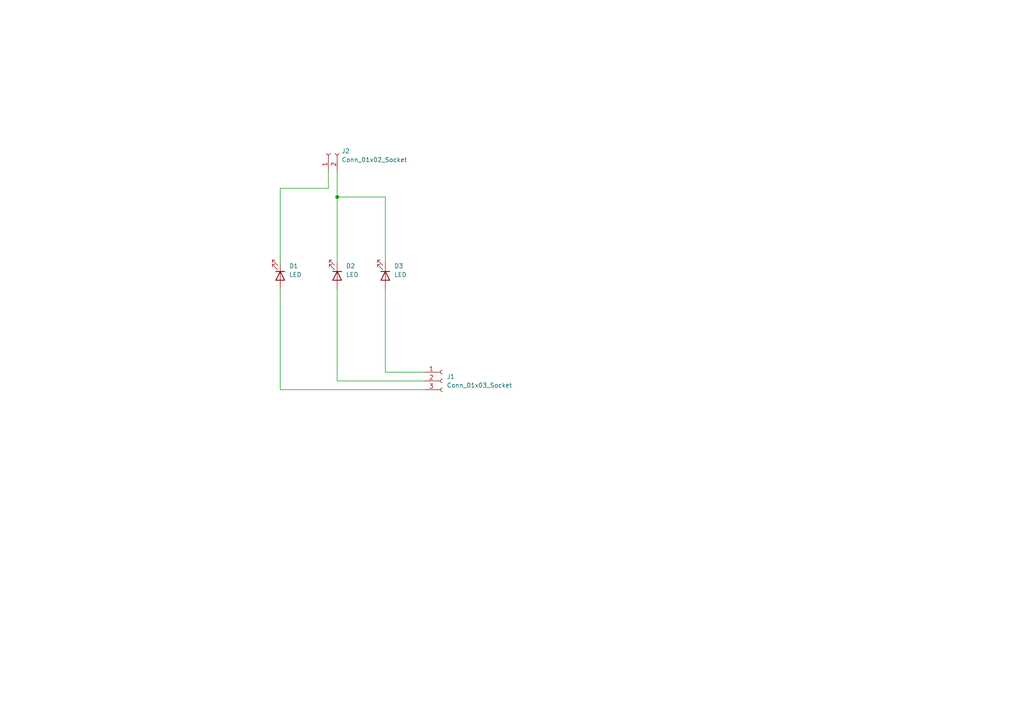
<source format=kicad_sch>
(kicad_sch
	(version 20231120)
	(generator "eeschema")
	(generator_version "8.0")
	(uuid "ee36f2e6-e889-4f04-af54-1d4d3ae210ab")
	(paper "A4")
	(lib_symbols
		(symbol "Connector:Conn_01x02_Socket"
			(pin_names
				(offset 1.016) hide)
			(exclude_from_sim no)
			(in_bom yes)
			(on_board yes)
			(property "Reference" "J"
				(at 0 2.54 0)
				(effects
					(font
						(size 1.27 1.27)
					)
				)
			)
			(property "Value" "Conn_01x02_Socket"
				(at 0 -5.08 0)
				(effects
					(font
						(size 1.27 1.27)
					)
				)
			)
			(property "Footprint" ""
				(at 0 0 0)
				(effects
					(font
						(size 1.27 1.27)
					)
					(hide yes)
				)
			)
			(property "Datasheet" "~"
				(at 0 0 0)
				(effects
					(font
						(size 1.27 1.27)
					)
					(hide yes)
				)
			)
			(property "Description" "Generic connector, single row, 01x02, script generated"
				(at 0 0 0)
				(effects
					(font
						(size 1.27 1.27)
					)
					(hide yes)
				)
			)
			(property "ki_locked" ""
				(at 0 0 0)
				(effects
					(font
						(size 1.27 1.27)
					)
				)
			)
			(property "ki_keywords" "connector"
				(at 0 0 0)
				(effects
					(font
						(size 1.27 1.27)
					)
					(hide yes)
				)
			)
			(property "ki_fp_filters" "Connector*:*_1x??_*"
				(at 0 0 0)
				(effects
					(font
						(size 1.27 1.27)
					)
					(hide yes)
				)
			)
			(symbol "Conn_01x02_Socket_1_1"
				(arc
					(start 0 -2.032)
					(mid -0.5058 -2.54)
					(end 0 -3.048)
					(stroke
						(width 0.1524)
						(type default)
					)
					(fill
						(type none)
					)
				)
				(polyline
					(pts
						(xy -1.27 -2.54) (xy -0.508 -2.54)
					)
					(stroke
						(width 0.1524)
						(type default)
					)
					(fill
						(type none)
					)
				)
				(polyline
					(pts
						(xy -1.27 0) (xy -0.508 0)
					)
					(stroke
						(width 0.1524)
						(type default)
					)
					(fill
						(type none)
					)
				)
				(arc
					(start 0 0.508)
					(mid -0.5058 0)
					(end 0 -0.508)
					(stroke
						(width 0.1524)
						(type default)
					)
					(fill
						(type none)
					)
				)
				(pin passive line
					(at -5.08 0 0)
					(length 3.81)
					(name "Pin_1"
						(effects
							(font
								(size 1.27 1.27)
							)
						)
					)
					(number "1"
						(effects
							(font
								(size 1.27 1.27)
							)
						)
					)
				)
				(pin passive line
					(at -5.08 -2.54 0)
					(length 3.81)
					(name "Pin_2"
						(effects
							(font
								(size 1.27 1.27)
							)
						)
					)
					(number "2"
						(effects
							(font
								(size 1.27 1.27)
							)
						)
					)
				)
			)
		)
		(symbol "Connector:Conn_01x03_Socket"
			(pin_names
				(offset 1.016) hide)
			(exclude_from_sim no)
			(in_bom yes)
			(on_board yes)
			(property "Reference" "J"
				(at 0 5.08 0)
				(effects
					(font
						(size 1.27 1.27)
					)
				)
			)
			(property "Value" "Conn_01x03_Socket"
				(at 0 -5.08 0)
				(effects
					(font
						(size 1.27 1.27)
					)
				)
			)
			(property "Footprint" ""
				(at 0 0 0)
				(effects
					(font
						(size 1.27 1.27)
					)
					(hide yes)
				)
			)
			(property "Datasheet" "~"
				(at 0 0 0)
				(effects
					(font
						(size 1.27 1.27)
					)
					(hide yes)
				)
			)
			(property "Description" "Generic connector, single row, 01x03, script generated"
				(at 0 0 0)
				(effects
					(font
						(size 1.27 1.27)
					)
					(hide yes)
				)
			)
			(property "ki_locked" ""
				(at 0 0 0)
				(effects
					(font
						(size 1.27 1.27)
					)
				)
			)
			(property "ki_keywords" "connector"
				(at 0 0 0)
				(effects
					(font
						(size 1.27 1.27)
					)
					(hide yes)
				)
			)
			(property "ki_fp_filters" "Connector*:*_1x??_*"
				(at 0 0 0)
				(effects
					(font
						(size 1.27 1.27)
					)
					(hide yes)
				)
			)
			(symbol "Conn_01x03_Socket_1_1"
				(arc
					(start 0 -2.032)
					(mid -0.5058 -2.54)
					(end 0 -3.048)
					(stroke
						(width 0.1524)
						(type default)
					)
					(fill
						(type none)
					)
				)
				(polyline
					(pts
						(xy -1.27 -2.54) (xy -0.508 -2.54)
					)
					(stroke
						(width 0.1524)
						(type default)
					)
					(fill
						(type none)
					)
				)
				(polyline
					(pts
						(xy -1.27 0) (xy -0.508 0)
					)
					(stroke
						(width 0.1524)
						(type default)
					)
					(fill
						(type none)
					)
				)
				(polyline
					(pts
						(xy -1.27 2.54) (xy -0.508 2.54)
					)
					(stroke
						(width 0.1524)
						(type default)
					)
					(fill
						(type none)
					)
				)
				(arc
					(start 0 0.508)
					(mid -0.5058 0)
					(end 0 -0.508)
					(stroke
						(width 0.1524)
						(type default)
					)
					(fill
						(type none)
					)
				)
				(arc
					(start 0 3.048)
					(mid -0.5058 2.54)
					(end 0 2.032)
					(stroke
						(width 0.1524)
						(type default)
					)
					(fill
						(type none)
					)
				)
				(pin passive line
					(at -5.08 2.54 0)
					(length 3.81)
					(name "Pin_1"
						(effects
							(font
								(size 1.27 1.27)
							)
						)
					)
					(number "1"
						(effects
							(font
								(size 1.27 1.27)
							)
						)
					)
				)
				(pin passive line
					(at -5.08 0 0)
					(length 3.81)
					(name "Pin_2"
						(effects
							(font
								(size 1.27 1.27)
							)
						)
					)
					(number "2"
						(effects
							(font
								(size 1.27 1.27)
							)
						)
					)
				)
				(pin passive line
					(at -5.08 -2.54 0)
					(length 3.81)
					(name "Pin_3"
						(effects
							(font
								(size 1.27 1.27)
							)
						)
					)
					(number "3"
						(effects
							(font
								(size 1.27 1.27)
							)
						)
					)
				)
			)
		)
		(symbol "Device:LED"
			(pin_numbers hide)
			(pin_names
				(offset 1.016) hide)
			(exclude_from_sim no)
			(in_bom yes)
			(on_board yes)
			(property "Reference" "D"
				(at 0 2.54 0)
				(effects
					(font
						(size 1.27 1.27)
					)
				)
			)
			(property "Value" "LED"
				(at 0 -2.54 0)
				(effects
					(font
						(size 1.27 1.27)
					)
				)
			)
			(property "Footprint" ""
				(at 0 0 0)
				(effects
					(font
						(size 1.27 1.27)
					)
					(hide yes)
				)
			)
			(property "Datasheet" "~"
				(at 0 0 0)
				(effects
					(font
						(size 1.27 1.27)
					)
					(hide yes)
				)
			)
			(property "Description" "Light emitting diode"
				(at 0 0 0)
				(effects
					(font
						(size 1.27 1.27)
					)
					(hide yes)
				)
			)
			(property "ki_keywords" "LED diode"
				(at 0 0 0)
				(effects
					(font
						(size 1.27 1.27)
					)
					(hide yes)
				)
			)
			(property "ki_fp_filters" "LED* LED_SMD:* LED_THT:*"
				(at 0 0 0)
				(effects
					(font
						(size 1.27 1.27)
					)
					(hide yes)
				)
			)
			(symbol "LED_0_1"
				(polyline
					(pts
						(xy -1.27 -1.27) (xy -1.27 1.27)
					)
					(stroke
						(width 0.254)
						(type default)
					)
					(fill
						(type none)
					)
				)
				(polyline
					(pts
						(xy -1.27 0) (xy 1.27 0)
					)
					(stroke
						(width 0)
						(type default)
					)
					(fill
						(type none)
					)
				)
				(polyline
					(pts
						(xy 1.27 -1.27) (xy 1.27 1.27) (xy -1.27 0) (xy 1.27 -1.27)
					)
					(stroke
						(width 0.254)
						(type default)
					)
					(fill
						(type none)
					)
				)
				(polyline
					(pts
						(xy -3.048 -0.762) (xy -4.572 -2.286) (xy -3.81 -2.286) (xy -4.572 -2.286) (xy -4.572 -1.524)
					)
					(stroke
						(width 0)
						(type default)
					)
					(fill
						(type none)
					)
				)
				(polyline
					(pts
						(xy -1.778 -0.762) (xy -3.302 -2.286) (xy -2.54 -2.286) (xy -3.302 -2.286) (xy -3.302 -1.524)
					)
					(stroke
						(width 0)
						(type default)
					)
					(fill
						(type none)
					)
				)
			)
			(symbol "LED_1_1"
				(pin passive line
					(at -3.81 0 0)
					(length 2.54)
					(name "K"
						(effects
							(font
								(size 1.27 1.27)
							)
						)
					)
					(number "1"
						(effects
							(font
								(size 1.27 1.27)
							)
						)
					)
				)
				(pin passive line
					(at 3.81 0 180)
					(length 2.54)
					(name "A"
						(effects
							(font
								(size 1.27 1.27)
							)
						)
					)
					(number "2"
						(effects
							(font
								(size 1.27 1.27)
							)
						)
					)
				)
			)
		)
	)
	(junction
		(at 97.79 57.15)
		(diameter 0)
		(color 0 0 0 0)
		(uuid "d8d4b3d0-14f9-4ed9-99d2-b2870f226e87")
	)
	(wire
		(pts
			(xy 81.28 54.61) (xy 81.28 76.2)
		)
		(stroke
			(width 0)
			(type default)
		)
		(uuid "08eda952-5c50-4f1e-9c29-ebe0a4872680")
	)
	(wire
		(pts
			(xy 81.28 54.61) (xy 95.25 54.61)
		)
		(stroke
			(width 0)
			(type default)
		)
		(uuid "26a36211-3b40-4138-9142-097e933d6b7c")
	)
	(wire
		(pts
			(xy 111.76 107.95) (xy 123.19 107.95)
		)
		(stroke
			(width 0)
			(type default)
		)
		(uuid "2a3c2533-e3ec-4994-8c52-3bf72edb1090")
	)
	(wire
		(pts
			(xy 97.79 57.15) (xy 111.76 57.15)
		)
		(stroke
			(width 0)
			(type default)
		)
		(uuid "32fe6486-8f60-4f01-90cf-26445b250f66")
	)
	(wire
		(pts
			(xy 123.19 110.49) (xy 97.79 110.49)
		)
		(stroke
			(width 0)
			(type default)
		)
		(uuid "3babbe0e-e684-4313-862f-cbe6f5817f3c")
	)
	(wire
		(pts
			(xy 81.28 113.03) (xy 81.28 83.82)
		)
		(stroke
			(width 0)
			(type default)
		)
		(uuid "4fc66e4b-d0a4-4d79-a93e-aa87b4adf155")
	)
	(wire
		(pts
			(xy 111.76 76.2) (xy 111.76 57.15)
		)
		(stroke
			(width 0)
			(type default)
		)
		(uuid "7a539ea5-7911-4e74-ae18-2e37583c0d53")
	)
	(wire
		(pts
			(xy 97.79 57.15) (xy 97.79 76.2)
		)
		(stroke
			(width 0)
			(type default)
		)
		(uuid "7c454d48-1cfe-464c-bc43-d1cd0875438f")
	)
	(wire
		(pts
			(xy 111.76 107.95) (xy 111.76 83.82)
		)
		(stroke
			(width 0)
			(type default)
		)
		(uuid "9a499154-5a18-46c7-a157-41f09f30797f")
	)
	(wire
		(pts
			(xy 95.25 54.61) (xy 95.25 49.53)
		)
		(stroke
			(width 0)
			(type default)
		)
		(uuid "ab8a1c0f-64c0-4295-8cc7-426ed4e174cb")
	)
	(wire
		(pts
			(xy 123.19 113.03) (xy 81.28 113.03)
		)
		(stroke
			(width 0)
			(type default)
		)
		(uuid "df8f5854-e2b4-4278-989c-2a568ebc5821")
	)
	(wire
		(pts
			(xy 97.79 110.49) (xy 97.79 83.82)
		)
		(stroke
			(width 0)
			(type default)
		)
		(uuid "e70047ca-45c6-4c72-ab92-1f7632897a5c")
	)
	(wire
		(pts
			(xy 97.79 49.53) (xy 97.79 57.15)
		)
		(stroke
			(width 0)
			(type default)
		)
		(uuid "f45df83f-3eb6-4137-bdf0-a858a9389688")
	)
	(symbol
		(lib_id "Device:LED")
		(at 111.76 80.01 270)
		(unit 1)
		(exclude_from_sim no)
		(in_bom yes)
		(on_board yes)
		(dnp no)
		(fields_autoplaced yes)
		(uuid "931140f9-f874-4e49-83e0-c603c2c4ce48")
		(property "Reference" "D3"
			(at 114.3 77.1524 90)
			(effects
				(font
					(size 1.27 1.27)
				)
				(justify left)
			)
		)
		(property "Value" "LED"
			(at 114.3 79.6924 90)
			(effects
				(font
					(size 1.27 1.27)
				)
				(justify left)
			)
		)
		(property "Footprint" "Library:LEDR"
			(at 111.76 80.01 0)
			(effects
				(font
					(size 1.27 1.27)
				)
				(hide yes)
			)
		)
		(property "Datasheet" "~"
			(at 111.76 80.01 0)
			(effects
				(font
					(size 1.27 1.27)
				)
				(hide yes)
			)
		)
		(property "Description" "Light emitting diode"
			(at 111.76 80.01 0)
			(effects
				(font
					(size 1.27 1.27)
				)
				(hide yes)
			)
		)
		(pin "1"
			(uuid "78156180-61a7-4292-bb53-d8e158249050")
		)
		(pin "2"
			(uuid "69216342-68e8-448a-a1e4-eddfb3673d6f")
		)
		(instances
			(project "Emitter"
				(path "/ee36f2e6-e889-4f04-af54-1d4d3ae210ab"
					(reference "D3")
					(unit 1)
				)
			)
		)
	)
	(symbol
		(lib_id "Device:LED")
		(at 97.79 80.01 270)
		(unit 1)
		(exclude_from_sim no)
		(in_bom yes)
		(on_board yes)
		(dnp no)
		(fields_autoplaced yes)
		(uuid "99b489e1-745f-4516-bd07-6a44759bf1eb")
		(property "Reference" "D2"
			(at 100.33 77.1524 90)
			(effects
				(font
					(size 1.27 1.27)
				)
				(justify left)
			)
		)
		(property "Value" "LED"
			(at 100.33 79.6924 90)
			(effects
				(font
					(size 1.27 1.27)
				)
				(justify left)
			)
		)
		(property "Footprint" "Library:LEDIR"
			(at 97.79 80.01 0)
			(effects
				(font
					(size 1.27 1.27)
				)
				(hide yes)
			)
		)
		(property "Datasheet" "~"
			(at 97.79 80.01 0)
			(effects
				(font
					(size 1.27 1.27)
				)
				(hide yes)
			)
		)
		(property "Description" "Light emitting diode"
			(at 97.79 80.01 0)
			(effects
				(font
					(size 1.27 1.27)
				)
				(hide yes)
			)
		)
		(pin "1"
			(uuid "be3a02ca-4677-4991-9873-837256f45cfb")
		)
		(pin "2"
			(uuid "0c1492a6-d27c-4606-b35b-a288bd9a0279")
		)
		(instances
			(project ""
				(path "/ee36f2e6-e889-4f04-af54-1d4d3ae210ab"
					(reference "D2")
					(unit 1)
				)
			)
		)
	)
	(symbol
		(lib_id "Connector:Conn_01x02_Socket")
		(at 95.25 44.45 90)
		(unit 1)
		(exclude_from_sim no)
		(in_bom yes)
		(on_board yes)
		(dnp no)
		(fields_autoplaced yes)
		(uuid "9dbcf9a7-7f0e-4f9a-8ecd-9f05e524bec4")
		(property "Reference" "J2"
			(at 99.06 43.8149 90)
			(effects
				(font
					(size 1.27 1.27)
				)
				(justify right)
			)
		)
		(property "Value" "Conn_01x02_Socket"
			(at 99.06 46.3549 90)
			(effects
				(font
					(size 1.27 1.27)
				)
				(justify right)
			)
		)
		(property "Footprint" "Connector_PinSocket_2.54mm:PinSocket_1x02_P2.54mm_Vertical"
			(at 95.25 44.45 0)
			(effects
				(font
					(size 1.27 1.27)
				)
				(hide yes)
			)
		)
		(property "Datasheet" "~"
			(at 95.25 44.45 0)
			(effects
				(font
					(size 1.27 1.27)
				)
				(hide yes)
			)
		)
		(property "Description" "Generic connector, single row, 01x02, script generated"
			(at 95.25 44.45 0)
			(effects
				(font
					(size 1.27 1.27)
				)
				(hide yes)
			)
		)
		(pin "1"
			(uuid "c14d7475-35f0-4368-94ec-8ae6586d8f37")
		)
		(pin "2"
			(uuid "e5115008-3928-48c6-bd5e-cf56f4b12f29")
		)
		(instances
			(project ""
				(path "/ee36f2e6-e889-4f04-af54-1d4d3ae210ab"
					(reference "J2")
					(unit 1)
				)
			)
		)
	)
	(symbol
		(lib_id "Connector:Conn_01x03_Socket")
		(at 128.27 110.49 0)
		(unit 1)
		(exclude_from_sim no)
		(in_bom yes)
		(on_board yes)
		(dnp no)
		(fields_autoplaced yes)
		(uuid "dc766b29-bb4d-421e-af5e-84b7265b1215")
		(property "Reference" "J1"
			(at 129.54 109.2199 0)
			(effects
				(font
					(size 1.27 1.27)
				)
				(justify left)
			)
		)
		(property "Value" "Conn_01x03_Socket"
			(at 129.54 111.7599 0)
			(effects
				(font
					(size 1.27 1.27)
				)
				(justify left)
			)
		)
		(property "Footprint" "Connector_PinSocket_2.54mm:PinSocket_1x03_P2.54mm_Vertical"
			(at 128.27 110.49 0)
			(effects
				(font
					(size 1.27 1.27)
				)
				(hide yes)
			)
		)
		(property "Datasheet" "~"
			(at 128.27 110.49 0)
			(effects
				(font
					(size 1.27 1.27)
				)
				(hide yes)
			)
		)
		(property "Description" "Generic connector, single row, 01x03, script generated"
			(at 128.27 110.49 0)
			(effects
				(font
					(size 1.27 1.27)
				)
				(hide yes)
			)
		)
		(pin "1"
			(uuid "6ca78be4-404e-40b4-a5f5-d305aafaec59")
		)
		(pin "3"
			(uuid "29cab3bb-6910-4ef1-acdc-ebf672a475d8")
		)
		(pin "2"
			(uuid "624c68d7-9849-43c2-81c7-601710d93078")
		)
		(instances
			(project ""
				(path "/ee36f2e6-e889-4f04-af54-1d4d3ae210ab"
					(reference "J1")
					(unit 1)
				)
			)
		)
	)
	(symbol
		(lib_id "Device:LED")
		(at 81.28 80.01 270)
		(unit 1)
		(exclude_from_sim no)
		(in_bom yes)
		(on_board yes)
		(dnp no)
		(fields_autoplaced yes)
		(uuid "ff7d9844-b13b-4dce-99da-b943e2414be8")
		(property "Reference" "D1"
			(at 83.82 77.1524 90)
			(effects
				(font
					(size 1.27 1.27)
				)
				(justify left)
			)
		)
		(property "Value" "LED"
			(at 83.82 79.6924 90)
			(effects
				(font
					(size 1.27 1.27)
				)
				(justify left)
			)
		)
		(property "Footprint" "Library:BiColorLED"
			(at 81.28 80.01 0)
			(effects
				(font
					(size 1.27 1.27)
				)
				(hide yes)
			)
		)
		(property "Datasheet" "~"
			(at 81.28 80.01 0)
			(effects
				(font
					(size 1.27 1.27)
				)
				(hide yes)
			)
		)
		(property "Description" "Light emitting diode"
			(at 81.28 80.01 0)
			(effects
				(font
					(size 1.27 1.27)
				)
				(hide yes)
			)
		)
		(pin "2"
			(uuid "0301f7b6-add1-4f02-97aa-6634cf6b714c")
		)
		(pin "1"
			(uuid "85438a83-458a-447c-8001-2db7b505b798")
		)
		(instances
			(project ""
				(path "/ee36f2e6-e889-4f04-af54-1d4d3ae210ab"
					(reference "D1")
					(unit 1)
				)
			)
		)
	)
	(sheet_instances
		(path "/"
			(page "1")
		)
	)
)

</source>
